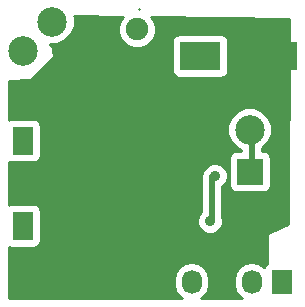
<source format=gbl>
G04 #@! TF.FileFunction,Copper,L2,Bot,Signal*
%FSLAX46Y46*%
G04 Gerber Fmt 4.6, Leading zero omitted, Abs format (unit mm)*
G04 Created by KiCad (PCBNEW 4.0.0-rc1-stable) date Mon 04 Apr 2016 11:20:45 PM PDT*
%MOMM*%
G01*
G04 APERTURE LIST*
%ADD10C,0.100000*%
%ADD11R,3.500120X2.400300*%
%ADD12R,1.800860X2.400860*%
%ADD13R,2.000000X1.900000*%
%ADD14C,1.900000*%
%ADD15C,2.499360*%
%ADD16R,2.235200X2.235200*%
%ADD17R,1.727200X2.032000*%
%ADD18O,1.727200X2.032000*%
%ADD19C,0.900000*%
%ADD20C,0.250000*%
%ADD21C,0.500000*%
%ADD22C,0.254000*%
G04 APERTURE END LIST*
D10*
D11*
X181788800Y-118870000D03*
X188291200Y-118870000D03*
D12*
X166768880Y-126040000D03*
X166768880Y-133240000D03*
D13*
X176460000Y-119170000D03*
D14*
X176460000Y-116630000D03*
D15*
X166780000Y-118460000D03*
X169279360Y-115960640D03*
X169279360Y-120959360D03*
X176170000Y-122470000D03*
X185983806Y-125099602D03*
D16*
X186020000Y-128660000D03*
D17*
X188690000Y-137980000D03*
D18*
X186150000Y-137980000D03*
X183610000Y-137980000D03*
X181070000Y-137980000D03*
D19*
X179690000Y-134010000D03*
X170760000Y-130310000D03*
X171870000Y-136880000D03*
X174620000Y-137590000D03*
X179970000Y-129940000D03*
X182640000Y-132860000D03*
X183040000Y-129020000D03*
D20*
X176610000Y-114900000D02*
X176620000Y-114890000D01*
D21*
X182790000Y-132830000D02*
X182790000Y-129050000D01*
X182790000Y-129050000D02*
X182770000Y-129030000D01*
X186150000Y-128640000D02*
X186150000Y-125115796D01*
D20*
X186170000Y-125105796D02*
X186133806Y-125069602D01*
X188840000Y-137950000D02*
X188133348Y-137950000D01*
D22*
G36*
X175308117Y-115540299D02*
X175117086Y-115730997D01*
X174875276Y-116313341D01*
X174874725Y-116943893D01*
X175115519Y-117526657D01*
X175560997Y-117972914D01*
X176143341Y-118214724D01*
X176773893Y-118215275D01*
X177356657Y-117974481D01*
X177661820Y-117669850D01*
X179391300Y-117669850D01*
X179391300Y-120070150D01*
X179435578Y-120305467D01*
X179574650Y-120521591D01*
X179786850Y-120666581D01*
X180038740Y-120717590D01*
X183538860Y-120717590D01*
X183774177Y-120673312D01*
X183990301Y-120534240D01*
X184135291Y-120322040D01*
X184186300Y-120070150D01*
X184186300Y-117669850D01*
X184142022Y-117434533D01*
X184002950Y-117218409D01*
X183790750Y-117073419D01*
X183538860Y-117022410D01*
X180038740Y-117022410D01*
X179803423Y-117066688D01*
X179587299Y-117205760D01*
X179442309Y-117417960D01*
X179391300Y-117669850D01*
X177661820Y-117669850D01*
X177802914Y-117529003D01*
X178044724Y-116946659D01*
X178045275Y-116316107D01*
X177804481Y-115733343D01*
X177645788Y-115574373D01*
X189362213Y-115745151D01*
X189253522Y-133066452D01*
X187509432Y-133823502D01*
X187468092Y-133852354D01*
X187441233Y-133895017D01*
X187433001Y-133940454D01*
X187442004Y-136456768D01*
X187374959Y-136499910D01*
X187229969Y-136712110D01*
X187221600Y-136753439D01*
X187209670Y-136735585D01*
X186723489Y-136410729D01*
X186150000Y-136296655D01*
X185576511Y-136410729D01*
X185090330Y-136735585D01*
X184765474Y-137221766D01*
X184651400Y-137795255D01*
X184651400Y-138164745D01*
X184765474Y-138738234D01*
X185090330Y-139224415D01*
X185319982Y-139377863D01*
X181911559Y-139370152D01*
X182129670Y-139224415D01*
X182454526Y-138738234D01*
X182568600Y-138164745D01*
X182568600Y-137795255D01*
X182454526Y-137221766D01*
X182129670Y-136735585D01*
X181643489Y-136410729D01*
X181070000Y-136296655D01*
X180496511Y-136410729D01*
X180010330Y-136735585D01*
X179685474Y-137221766D01*
X179571400Y-137795255D01*
X179571400Y-138164745D01*
X179685474Y-138738234D01*
X180010330Y-139224415D01*
X180222722Y-139366331D01*
X165616864Y-139333286D01*
X165612236Y-135033907D01*
X165616560Y-135036861D01*
X165868450Y-135087870D01*
X167669310Y-135087870D01*
X167904627Y-135043592D01*
X168120751Y-134904520D01*
X168265741Y-134692320D01*
X168316750Y-134440430D01*
X168316750Y-133074873D01*
X181554812Y-133074873D01*
X181719646Y-133473800D01*
X182024595Y-133779282D01*
X182423233Y-133944811D01*
X182854873Y-133945188D01*
X183253800Y-133780354D01*
X183559282Y-133475405D01*
X183724811Y-133076767D01*
X183725188Y-132645127D01*
X183675000Y-132523663D01*
X183675000Y-129919191D01*
X183959282Y-129635405D01*
X184124811Y-129236767D01*
X184125188Y-128805127D01*
X183960354Y-128406200D01*
X183655405Y-128100718D01*
X183256767Y-127935189D01*
X182825127Y-127934812D01*
X182426200Y-128099646D01*
X182120718Y-128404595D01*
X182082574Y-128496455D01*
X181952367Y-128691326D01*
X181884999Y-129030000D01*
X181905000Y-129130549D01*
X181905000Y-132060635D01*
X181720718Y-132244595D01*
X181555189Y-132643233D01*
X181554812Y-133074873D01*
X168316750Y-133074873D01*
X168316750Y-132039570D01*
X168272472Y-131804253D01*
X168133400Y-131588129D01*
X167921200Y-131443139D01*
X167669310Y-131392130D01*
X165868450Y-131392130D01*
X165633133Y-131436408D01*
X165608381Y-131452336D01*
X165604480Y-127828607D01*
X165616560Y-127836861D01*
X165868450Y-127887870D01*
X167669310Y-127887870D01*
X167904627Y-127843592D01*
X168120751Y-127704520D01*
X168265741Y-127492320D01*
X168316750Y-127240430D01*
X168316750Y-125472843D01*
X184098800Y-125472843D01*
X184385120Y-126165793D01*
X184914827Y-126696424D01*
X185265000Y-126841829D01*
X185265000Y-126894960D01*
X184902400Y-126894960D01*
X184667083Y-126939238D01*
X184450959Y-127078310D01*
X184305969Y-127290510D01*
X184254960Y-127542400D01*
X184254960Y-129777600D01*
X184299238Y-130012917D01*
X184438310Y-130229041D01*
X184650510Y-130374031D01*
X184902400Y-130425040D01*
X187137600Y-130425040D01*
X187372917Y-130380762D01*
X187589041Y-130241690D01*
X187734031Y-130029490D01*
X187785040Y-129777600D01*
X187785040Y-127542400D01*
X187740762Y-127307083D01*
X187601690Y-127090959D01*
X187389490Y-126945969D01*
X187137600Y-126894960D01*
X187035000Y-126894960D01*
X187035000Y-126704485D01*
X187049997Y-126698288D01*
X187580628Y-126168581D01*
X187868158Y-125476133D01*
X187868812Y-124726361D01*
X187582492Y-124033411D01*
X187052785Y-123502780D01*
X186360337Y-123215250D01*
X185610565Y-123214596D01*
X184917615Y-123500916D01*
X184386984Y-124030623D01*
X184099454Y-124723071D01*
X184098800Y-125472843D01*
X168316750Y-125472843D01*
X168316750Y-124839570D01*
X168272472Y-124604253D01*
X168133400Y-124388129D01*
X167921200Y-124243139D01*
X167669310Y-124192130D01*
X165868450Y-124192130D01*
X165633133Y-124236408D01*
X165600636Y-124257319D01*
X165597133Y-121003069D01*
X167383988Y-120946937D01*
X167433059Y-120935385D01*
X167469329Y-120910274D01*
X169379329Y-119020274D01*
X169407412Y-118978408D01*
X169416446Y-118918146D01*
X169356446Y-118278146D01*
X169332539Y-118215068D01*
X169062200Y-117845131D01*
X169652601Y-117845646D01*
X170345551Y-117559326D01*
X170876182Y-117029619D01*
X171163712Y-116337171D01*
X171164366Y-115587399D01*
X171119679Y-115479249D01*
X175308117Y-115540299D01*
X175308117Y-115540299D01*
G37*
X175308117Y-115540299D02*
X175117086Y-115730997D01*
X174875276Y-116313341D01*
X174874725Y-116943893D01*
X175115519Y-117526657D01*
X175560997Y-117972914D01*
X176143341Y-118214724D01*
X176773893Y-118215275D01*
X177356657Y-117974481D01*
X177661820Y-117669850D01*
X179391300Y-117669850D01*
X179391300Y-120070150D01*
X179435578Y-120305467D01*
X179574650Y-120521591D01*
X179786850Y-120666581D01*
X180038740Y-120717590D01*
X183538860Y-120717590D01*
X183774177Y-120673312D01*
X183990301Y-120534240D01*
X184135291Y-120322040D01*
X184186300Y-120070150D01*
X184186300Y-117669850D01*
X184142022Y-117434533D01*
X184002950Y-117218409D01*
X183790750Y-117073419D01*
X183538860Y-117022410D01*
X180038740Y-117022410D01*
X179803423Y-117066688D01*
X179587299Y-117205760D01*
X179442309Y-117417960D01*
X179391300Y-117669850D01*
X177661820Y-117669850D01*
X177802914Y-117529003D01*
X178044724Y-116946659D01*
X178045275Y-116316107D01*
X177804481Y-115733343D01*
X177645788Y-115574373D01*
X189362213Y-115745151D01*
X189253522Y-133066452D01*
X187509432Y-133823502D01*
X187468092Y-133852354D01*
X187441233Y-133895017D01*
X187433001Y-133940454D01*
X187442004Y-136456768D01*
X187374959Y-136499910D01*
X187229969Y-136712110D01*
X187221600Y-136753439D01*
X187209670Y-136735585D01*
X186723489Y-136410729D01*
X186150000Y-136296655D01*
X185576511Y-136410729D01*
X185090330Y-136735585D01*
X184765474Y-137221766D01*
X184651400Y-137795255D01*
X184651400Y-138164745D01*
X184765474Y-138738234D01*
X185090330Y-139224415D01*
X185319982Y-139377863D01*
X181911559Y-139370152D01*
X182129670Y-139224415D01*
X182454526Y-138738234D01*
X182568600Y-138164745D01*
X182568600Y-137795255D01*
X182454526Y-137221766D01*
X182129670Y-136735585D01*
X181643489Y-136410729D01*
X181070000Y-136296655D01*
X180496511Y-136410729D01*
X180010330Y-136735585D01*
X179685474Y-137221766D01*
X179571400Y-137795255D01*
X179571400Y-138164745D01*
X179685474Y-138738234D01*
X180010330Y-139224415D01*
X180222722Y-139366331D01*
X165616864Y-139333286D01*
X165612236Y-135033907D01*
X165616560Y-135036861D01*
X165868450Y-135087870D01*
X167669310Y-135087870D01*
X167904627Y-135043592D01*
X168120751Y-134904520D01*
X168265741Y-134692320D01*
X168316750Y-134440430D01*
X168316750Y-133074873D01*
X181554812Y-133074873D01*
X181719646Y-133473800D01*
X182024595Y-133779282D01*
X182423233Y-133944811D01*
X182854873Y-133945188D01*
X183253800Y-133780354D01*
X183559282Y-133475405D01*
X183724811Y-133076767D01*
X183725188Y-132645127D01*
X183675000Y-132523663D01*
X183675000Y-129919191D01*
X183959282Y-129635405D01*
X184124811Y-129236767D01*
X184125188Y-128805127D01*
X183960354Y-128406200D01*
X183655405Y-128100718D01*
X183256767Y-127935189D01*
X182825127Y-127934812D01*
X182426200Y-128099646D01*
X182120718Y-128404595D01*
X182082574Y-128496455D01*
X181952367Y-128691326D01*
X181884999Y-129030000D01*
X181905000Y-129130549D01*
X181905000Y-132060635D01*
X181720718Y-132244595D01*
X181555189Y-132643233D01*
X181554812Y-133074873D01*
X168316750Y-133074873D01*
X168316750Y-132039570D01*
X168272472Y-131804253D01*
X168133400Y-131588129D01*
X167921200Y-131443139D01*
X167669310Y-131392130D01*
X165868450Y-131392130D01*
X165633133Y-131436408D01*
X165608381Y-131452336D01*
X165604480Y-127828607D01*
X165616560Y-127836861D01*
X165868450Y-127887870D01*
X167669310Y-127887870D01*
X167904627Y-127843592D01*
X168120751Y-127704520D01*
X168265741Y-127492320D01*
X168316750Y-127240430D01*
X168316750Y-125472843D01*
X184098800Y-125472843D01*
X184385120Y-126165793D01*
X184914827Y-126696424D01*
X185265000Y-126841829D01*
X185265000Y-126894960D01*
X184902400Y-126894960D01*
X184667083Y-126939238D01*
X184450959Y-127078310D01*
X184305969Y-127290510D01*
X184254960Y-127542400D01*
X184254960Y-129777600D01*
X184299238Y-130012917D01*
X184438310Y-130229041D01*
X184650510Y-130374031D01*
X184902400Y-130425040D01*
X187137600Y-130425040D01*
X187372917Y-130380762D01*
X187589041Y-130241690D01*
X187734031Y-130029490D01*
X187785040Y-129777600D01*
X187785040Y-127542400D01*
X187740762Y-127307083D01*
X187601690Y-127090959D01*
X187389490Y-126945969D01*
X187137600Y-126894960D01*
X187035000Y-126894960D01*
X187035000Y-126704485D01*
X187049997Y-126698288D01*
X187580628Y-126168581D01*
X187868158Y-125476133D01*
X187868812Y-124726361D01*
X187582492Y-124033411D01*
X187052785Y-123502780D01*
X186360337Y-123215250D01*
X185610565Y-123214596D01*
X184917615Y-123500916D01*
X184386984Y-124030623D01*
X184099454Y-124723071D01*
X184098800Y-125472843D01*
X168316750Y-125472843D01*
X168316750Y-124839570D01*
X168272472Y-124604253D01*
X168133400Y-124388129D01*
X167921200Y-124243139D01*
X167669310Y-124192130D01*
X165868450Y-124192130D01*
X165633133Y-124236408D01*
X165600636Y-124257319D01*
X165597133Y-121003069D01*
X167383988Y-120946937D01*
X167433059Y-120935385D01*
X167469329Y-120910274D01*
X169379329Y-119020274D01*
X169407412Y-118978408D01*
X169416446Y-118918146D01*
X169356446Y-118278146D01*
X169332539Y-118215068D01*
X169062200Y-117845131D01*
X169652601Y-117845646D01*
X170345551Y-117559326D01*
X170876182Y-117029619D01*
X171163712Y-116337171D01*
X171164366Y-115587399D01*
X171119679Y-115479249D01*
X175308117Y-115540299D01*
M02*

</source>
